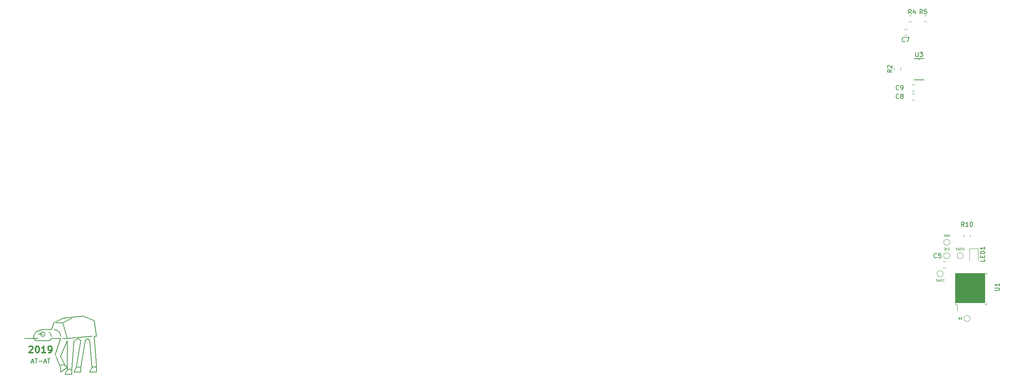
<source format=gto>
G04 #@! TF.GenerationSoftware,KiCad,Pcbnew,(5.0.2)-1*
G04 #@! TF.CreationDate,2019-03-25T13:47:50+01:00*
G04 #@! TF.ProjectId,board_arm,626f6172-645f-4617-926d-2e6b69636164,rev?*
G04 #@! TF.SameCoordinates,Original*
G04 #@! TF.FileFunction,Legend,Top*
G04 #@! TF.FilePolarity,Positive*
%FSLAX46Y46*%
G04 Gerber Fmt 4.6, Leading zero omitted, Abs format (unit mm)*
G04 Created by KiCad (PCBNEW (5.0.2)-1) date 25/03/2019 13:47:50*
%MOMM*%
%LPD*%
G01*
G04 APERTURE LIST*
%ADD10C,0.200000*%
%ADD11C,0.300000*%
%ADD12C,0.150000*%
%ADD13C,0.120000*%
%ADD14C,0.152400*%
%ADD15C,0.100000*%
G04 APERTURE END LIST*
D10*
X138160380Y-146978666D02*
X138636571Y-146978666D01*
X138065142Y-147264380D02*
X138398476Y-146264380D01*
X138731809Y-147264380D01*
X138922285Y-146264380D02*
X139493714Y-146264380D01*
X139208000Y-147264380D02*
X139208000Y-146264380D01*
X139827047Y-146883428D02*
X140588952Y-146883428D01*
X141017523Y-146978666D02*
X141493714Y-146978666D01*
X140922285Y-147264380D02*
X141255619Y-146264380D01*
X141588952Y-147264380D01*
X141779428Y-146264380D02*
X142350857Y-146264380D01*
X142065142Y-147264380D02*
X142065142Y-146264380D01*
D11*
X137636571Y-143593428D02*
X137708000Y-143522000D01*
X137850857Y-143450571D01*
X138208000Y-143450571D01*
X138350857Y-143522000D01*
X138422285Y-143593428D01*
X138493714Y-143736285D01*
X138493714Y-143879142D01*
X138422285Y-144093428D01*
X137565142Y-144950571D01*
X138493714Y-144950571D01*
X139422285Y-143450571D02*
X139565142Y-143450571D01*
X139708000Y-143522000D01*
X139779428Y-143593428D01*
X139850857Y-143736285D01*
X139922285Y-144022000D01*
X139922285Y-144379142D01*
X139850857Y-144664857D01*
X139779428Y-144807714D01*
X139708000Y-144879142D01*
X139565142Y-144950571D01*
X139422285Y-144950571D01*
X139279428Y-144879142D01*
X139208000Y-144807714D01*
X139136571Y-144664857D01*
X139065142Y-144379142D01*
X139065142Y-144022000D01*
X139136571Y-143736285D01*
X139208000Y-143593428D01*
X139279428Y-143522000D01*
X139422285Y-143450571D01*
X141350857Y-144950571D02*
X140493714Y-144950571D01*
X140922285Y-144950571D02*
X140922285Y-143450571D01*
X140779428Y-143664857D01*
X140636571Y-143807714D01*
X140493714Y-143879142D01*
X142065142Y-144950571D02*
X142350857Y-144950571D01*
X142493714Y-144879142D01*
X142565142Y-144807714D01*
X142708000Y-144593428D01*
X142779428Y-144307714D01*
X142779428Y-143736285D01*
X142708000Y-143593428D01*
X142636571Y-143522000D01*
X142493714Y-143450571D01*
X142208000Y-143450571D01*
X142065142Y-143522000D01*
X141993714Y-143593428D01*
X141922285Y-143736285D01*
X141922285Y-144093428D01*
X141993714Y-144236285D01*
X142065142Y-144307714D01*
X142208000Y-144379142D01*
X142493714Y-144379142D01*
X142636571Y-144307714D01*
X142708000Y-144236285D01*
X142779428Y-144093428D01*
D10*
X140716000Y-140716000D02*
X139700000Y-140716000D01*
X144780001Y-147828001D02*
G75*
G02X145795999Y-147828001I507999J-507999D01*
G01*
X146304001Y-148844001D02*
G75*
G02X147319999Y-148844001I507999J-507999D01*
G01*
X151757427Y-148522713D02*
G75*
G02X152907999Y-148336001I642573J-321287D01*
G01*
X148336001Y-148336001D02*
G75*
G02X149351999Y-148336001I507999J-507999D01*
G01*
X145288000Y-138176000D02*
X147320000Y-137160000D01*
X142748000Y-141224000D02*
X142240000Y-140208000D01*
X146304000Y-141732000D02*
X151892000Y-141224000D01*
X146304000Y-141732000D02*
X145288000Y-141732000D01*
X145288000Y-138176000D02*
X146304000Y-141732000D01*
X143764000Y-138176000D02*
X145288000Y-138176000D01*
X143256000Y-139700000D02*
G75*
G02X144780000Y-141224000I0J-1524000D01*
G01*
X141224000Y-140716000D02*
G75*
G03X141224000Y-140716000I-508000J0D01*
G01*
X136652000Y-141732000D02*
X139700000Y-141732000D01*
X144780000Y-141732000D02*
X143764000Y-144780000D01*
X142748000Y-141732000D02*
X144780000Y-141732000D01*
X142240000Y-142240000D02*
X142748000Y-141732000D01*
X139192000Y-142240000D02*
X142240000Y-142240000D01*
X138684000Y-141732000D02*
X139192000Y-142240000D01*
X138684000Y-141224000D02*
X138684000Y-141732000D01*
X139192000Y-140208000D02*
X138684000Y-141224000D01*
X140716000Y-139700000D02*
X139192000Y-140208000D01*
X142748000Y-139700000D02*
X140716000Y-139700000D01*
X143256000Y-138176000D02*
X142748000Y-139700000D01*
X145288000Y-137160000D02*
X143256000Y-138176000D01*
X149860000Y-136652000D02*
X145288000Y-137160000D01*
X152400000Y-137668000D02*
X149860000Y-136652000D01*
X152908000Y-141224000D02*
X152400000Y-137668000D01*
X152400000Y-141224000D02*
X152908000Y-141224000D01*
X152908000Y-147828000D02*
X152400000Y-141224000D01*
X152908000Y-149352000D02*
X152908000Y-147828000D01*
X151384000Y-149352000D02*
X152908000Y-149352000D01*
X151892000Y-148336000D02*
X151384000Y-149352000D01*
X151384000Y-142240000D02*
X151892000Y-148336000D01*
X150876000Y-141732000D02*
X151384000Y-142240000D01*
X150368000Y-142240000D02*
X150876000Y-141732000D01*
X149352000Y-148336000D02*
X150368000Y-142240000D01*
X149352000Y-149352000D02*
X149352000Y-148336000D01*
X147828000Y-149352000D02*
X149352000Y-149352000D01*
X148336000Y-148336000D02*
X147828000Y-149352000D01*
X149352000Y-142240000D02*
X148336000Y-148336000D01*
X148844000Y-141732000D02*
X149352000Y-142240000D01*
X147828000Y-142240000D02*
X148844000Y-141732000D01*
X147320000Y-148844000D02*
X147828000Y-142240000D01*
X147320000Y-149860000D02*
X147320000Y-148844000D01*
X145796000Y-149860000D02*
X147320000Y-149860000D01*
X146304000Y-148844000D02*
X145796000Y-149860000D01*
X146304000Y-142240000D02*
X146304000Y-148844000D01*
X144780000Y-145796000D02*
X146304000Y-142240000D01*
X145796000Y-147828000D02*
X144780000Y-145796000D01*
X146304000Y-148336000D02*
X145796000Y-147828000D01*
X144780000Y-149352000D02*
X146304000Y-148336000D01*
X144780000Y-148336000D02*
X144780000Y-149352000D01*
X143764000Y-145796000D02*
X144780000Y-148336000D01*
X143629427Y-145609287D02*
G75*
G02X143764001Y-144780001I642573J321287D01*
G01*
D12*
G36*
X347472000Y-127000000D02*
X354076000Y-127000000D01*
X354076000Y-133604000D01*
X347472000Y-133604000D01*
X347472000Y-127000000D01*
G37*
X347472000Y-127000000D02*
X354076000Y-127000000D01*
X354076000Y-133604000D01*
X347472000Y-133604000D01*
X347472000Y-127000000D01*
D13*
G04 #@! TO.C,SWDC*
X344616000Y-127000000D02*
G75*
G03X344616000Y-127000000I-700000J0D01*
G01*
G04 #@! TO.C,SWDD*
X349188000Y-122936000D02*
G75*
G03X349188000Y-122936000I-700000J0D01*
G01*
G04 #@! TO.C,NR*
X350712000Y-137160000D02*
G75*
G03X350712000Y-137160000I-700000J0D01*
G01*
G04 #@! TO.C,3V3*
X346140000Y-122936000D02*
G75*
G03X346140000Y-122936000I-700000J0D01*
G01*
G04 #@! TO.C,GND*
X346140000Y-119888000D02*
G75*
G03X346140000Y-119888000I-700000J0D01*
G01*
G04 #@! TO.C,LED1*
X352496000Y-124014500D02*
X352496000Y-121329500D01*
X352496000Y-121329500D02*
X350576000Y-121329500D01*
X350576000Y-121329500D02*
X350576000Y-124014500D01*
G04 #@! TO.C,R10*
X350722000Y-118183922D02*
X350722000Y-118701078D01*
X349302000Y-118183922D02*
X349302000Y-118701078D01*
D14*
G04 #@! TO.C,U3*
X338006200Y-83053400D02*
X340343000Y-83053400D01*
X340343000Y-78176600D02*
X339479400Y-78176600D01*
X339479400Y-78176600D02*
X338869800Y-78176600D01*
X338869800Y-78176600D02*
X338006200Y-78176600D01*
D15*
X339479400Y-78176600D02*
G75*
G02X338869800Y-78176600I-304800J0D01*
G01*
D13*
G04 #@! TO.C,R5*
X340808878Y-69854000D02*
X340291722Y-69854000D01*
X340808878Y-68434000D02*
X340291722Y-68434000D01*
G04 #@! TO.C,C7*
X336393878Y-72902000D02*
X335876722Y-72902000D01*
X336393878Y-71482000D02*
X335876722Y-71482000D01*
G04 #@! TO.C,C5*
X345112078Y-124258000D02*
X344594922Y-124258000D01*
X345112078Y-125678000D02*
X344594922Y-125678000D01*
G04 #@! TO.C,C8*
X338086978Y-86158000D02*
X337569822Y-86158000D01*
X338086978Y-87578000D02*
X337569822Y-87578000D01*
G04 #@! TO.C,C9*
X338086978Y-84126000D02*
X337569822Y-84126000D01*
X338086978Y-85546000D02*
X337569822Y-85546000D01*
G04 #@! TO.C,R2*
X334982400Y-80277922D02*
X334982400Y-80795078D01*
X333562400Y-80277922D02*
X333562400Y-80795078D01*
G04 #@! TO.C,R4*
X336892722Y-69854000D02*
X337409878Y-69854000D01*
X336892722Y-68434000D02*
X337409878Y-68434000D01*
G04 #@! TO.C,U1*
X347340482Y-126901484D02*
X347760482Y-126901484D01*
X354460482Y-126901484D02*
X354040482Y-126901484D01*
X354460482Y-134021484D02*
X354040482Y-134021484D01*
X347340482Y-134021484D02*
X347340482Y-133601484D01*
X354460482Y-126901484D02*
X354460482Y-127321484D01*
X347340482Y-126901484D02*
X347340482Y-127321484D01*
X347760482Y-134021484D02*
X347760482Y-135401484D01*
X347340482Y-134021484D02*
X347760482Y-134021484D01*
X354460482Y-134021484D02*
X354460482Y-133601484D01*
G04 #@! TO.C,SWDC*
D15*
X342987428Y-128726380D02*
X343058857Y-128750190D01*
X343177904Y-128750190D01*
X343225523Y-128726380D01*
X343249333Y-128702571D01*
X343273142Y-128654952D01*
X343273142Y-128607333D01*
X343249333Y-128559714D01*
X343225523Y-128535904D01*
X343177904Y-128512095D01*
X343082666Y-128488285D01*
X343035047Y-128464476D01*
X343011238Y-128440666D01*
X342987428Y-128393047D01*
X342987428Y-128345428D01*
X343011238Y-128297809D01*
X343035047Y-128274000D01*
X343082666Y-128250190D01*
X343201714Y-128250190D01*
X343273142Y-128274000D01*
X343439809Y-128250190D02*
X343558857Y-128750190D01*
X343654095Y-128393047D01*
X343749333Y-128750190D01*
X343868380Y-128250190D01*
X344058857Y-128750190D02*
X344058857Y-128250190D01*
X344177904Y-128250190D01*
X344249333Y-128274000D01*
X344296952Y-128321619D01*
X344320761Y-128369238D01*
X344344571Y-128464476D01*
X344344571Y-128535904D01*
X344320761Y-128631142D01*
X344296952Y-128678761D01*
X344249333Y-128726380D01*
X344177904Y-128750190D01*
X344058857Y-128750190D01*
X344844571Y-128702571D02*
X344820761Y-128726380D01*
X344749333Y-128750190D01*
X344701714Y-128750190D01*
X344630285Y-128726380D01*
X344582666Y-128678761D01*
X344558857Y-128631142D01*
X344535047Y-128535904D01*
X344535047Y-128464476D01*
X344558857Y-128369238D01*
X344582666Y-128321619D01*
X344630285Y-128274000D01*
X344701714Y-128250190D01*
X344749333Y-128250190D01*
X344820761Y-128274000D01*
X344844571Y-128297809D01*
G04 #@! TO.C,SWDD*
X347559428Y-121614380D02*
X347630857Y-121638190D01*
X347749904Y-121638190D01*
X347797523Y-121614380D01*
X347821333Y-121590571D01*
X347845142Y-121542952D01*
X347845142Y-121495333D01*
X347821333Y-121447714D01*
X347797523Y-121423904D01*
X347749904Y-121400095D01*
X347654666Y-121376285D01*
X347607047Y-121352476D01*
X347583238Y-121328666D01*
X347559428Y-121281047D01*
X347559428Y-121233428D01*
X347583238Y-121185809D01*
X347607047Y-121162000D01*
X347654666Y-121138190D01*
X347773714Y-121138190D01*
X347845142Y-121162000D01*
X348011809Y-121138190D02*
X348130857Y-121638190D01*
X348226095Y-121281047D01*
X348321333Y-121638190D01*
X348440380Y-121138190D01*
X348630857Y-121638190D02*
X348630857Y-121138190D01*
X348749904Y-121138190D01*
X348821333Y-121162000D01*
X348868952Y-121209619D01*
X348892761Y-121257238D01*
X348916571Y-121352476D01*
X348916571Y-121423904D01*
X348892761Y-121519142D01*
X348868952Y-121566761D01*
X348821333Y-121614380D01*
X348749904Y-121638190D01*
X348630857Y-121638190D01*
X349130857Y-121638190D02*
X349130857Y-121138190D01*
X349249904Y-121138190D01*
X349321333Y-121162000D01*
X349368952Y-121209619D01*
X349392761Y-121257238D01*
X349416571Y-121352476D01*
X349416571Y-121423904D01*
X349392761Y-121519142D01*
X349368952Y-121566761D01*
X349321333Y-121614380D01*
X349249904Y-121638190D01*
X349130857Y-121638190D01*
G04 #@! TO.C,NR*
X348095142Y-137386190D02*
X348095142Y-136886190D01*
X348380857Y-137386190D01*
X348380857Y-136886190D01*
X348904666Y-137386190D02*
X348738000Y-137148095D01*
X348618952Y-137386190D02*
X348618952Y-136886190D01*
X348809428Y-136886190D01*
X348857047Y-136910000D01*
X348880857Y-136933809D01*
X348904666Y-136981428D01*
X348904666Y-137052857D01*
X348880857Y-137100476D01*
X348857047Y-137124285D01*
X348809428Y-137148095D01*
X348618952Y-137148095D01*
G04 #@! TO.C,3V3*
X344820952Y-121138190D02*
X345130476Y-121138190D01*
X344963809Y-121328666D01*
X345035238Y-121328666D01*
X345082857Y-121352476D01*
X345106666Y-121376285D01*
X345130476Y-121423904D01*
X345130476Y-121542952D01*
X345106666Y-121590571D01*
X345082857Y-121614380D01*
X345035238Y-121638190D01*
X344892380Y-121638190D01*
X344844761Y-121614380D01*
X344820952Y-121590571D01*
X345273333Y-121138190D02*
X345440000Y-121638190D01*
X345606666Y-121138190D01*
X345725714Y-121138190D02*
X346035238Y-121138190D01*
X345868571Y-121328666D01*
X345940000Y-121328666D01*
X345987619Y-121352476D01*
X346011428Y-121376285D01*
X346035238Y-121423904D01*
X346035238Y-121542952D01*
X346011428Y-121590571D01*
X345987619Y-121614380D01*
X345940000Y-121638190D01*
X345797142Y-121638190D01*
X345749523Y-121614380D01*
X345725714Y-121590571D01*
G04 #@! TO.C,GND*
X345059047Y-118114000D02*
X345011428Y-118090190D01*
X344940000Y-118090190D01*
X344868571Y-118114000D01*
X344820952Y-118161619D01*
X344797142Y-118209238D01*
X344773333Y-118304476D01*
X344773333Y-118375904D01*
X344797142Y-118471142D01*
X344820952Y-118518761D01*
X344868571Y-118566380D01*
X344940000Y-118590190D01*
X344987619Y-118590190D01*
X345059047Y-118566380D01*
X345082857Y-118542571D01*
X345082857Y-118375904D01*
X344987619Y-118375904D01*
X345297142Y-118590190D02*
X345297142Y-118090190D01*
X345582857Y-118590190D01*
X345582857Y-118090190D01*
X345820952Y-118590190D02*
X345820952Y-118090190D01*
X345940000Y-118090190D01*
X346011428Y-118114000D01*
X346059047Y-118161619D01*
X346082857Y-118209238D01*
X346106666Y-118304476D01*
X346106666Y-118375904D01*
X346082857Y-118471142D01*
X346059047Y-118518761D01*
X346011428Y-118566380D01*
X345940000Y-118590190D01*
X345820952Y-118590190D01*
G04 #@! TO.C,LED1*
D12*
X354020380Y-123674047D02*
X354020380Y-124150238D01*
X353020380Y-124150238D01*
X353496571Y-123340714D02*
X353496571Y-123007380D01*
X354020380Y-122864523D02*
X354020380Y-123340714D01*
X353020380Y-123340714D01*
X353020380Y-122864523D01*
X354020380Y-122435952D02*
X353020380Y-122435952D01*
X353020380Y-122197857D01*
X353068000Y-122055000D01*
X353163238Y-121959761D01*
X353258476Y-121912142D01*
X353448952Y-121864523D01*
X353591809Y-121864523D01*
X353782285Y-121912142D01*
X353877523Y-121959761D01*
X353972761Y-122055000D01*
X354020380Y-122197857D01*
X354020380Y-122435952D01*
X354020380Y-120912142D02*
X354020380Y-121483571D01*
X354020380Y-121197857D02*
X353020380Y-121197857D01*
X353163238Y-121293095D01*
X353258476Y-121388333D01*
X353306095Y-121483571D01*
G04 #@! TO.C,R10*
X349369142Y-116276380D02*
X349035809Y-115800190D01*
X348797714Y-116276380D02*
X348797714Y-115276380D01*
X349178666Y-115276380D01*
X349273904Y-115324000D01*
X349321523Y-115371619D01*
X349369142Y-115466857D01*
X349369142Y-115609714D01*
X349321523Y-115704952D01*
X349273904Y-115752571D01*
X349178666Y-115800190D01*
X348797714Y-115800190D01*
X350321523Y-116276380D02*
X349750095Y-116276380D01*
X350035809Y-116276380D02*
X350035809Y-115276380D01*
X349940571Y-115419238D01*
X349845333Y-115514476D01*
X349750095Y-115562095D01*
X350940571Y-115276380D02*
X351035809Y-115276380D01*
X351131047Y-115324000D01*
X351178666Y-115371619D01*
X351226285Y-115466857D01*
X351273904Y-115657333D01*
X351273904Y-115895428D01*
X351226285Y-116085904D01*
X351178666Y-116181142D01*
X351131047Y-116228761D01*
X351035809Y-116276380D01*
X350940571Y-116276380D01*
X350845333Y-116228761D01*
X350797714Y-116181142D01*
X350750095Y-116085904D01*
X350702476Y-115895428D01*
X350702476Y-115657333D01*
X350750095Y-115466857D01*
X350797714Y-115371619D01*
X350845333Y-115324000D01*
X350940571Y-115276380D01*
G04 #@! TO.C,U3*
X338396495Y-76743380D02*
X338396495Y-77552904D01*
X338444114Y-77648142D01*
X338491733Y-77695761D01*
X338586971Y-77743380D01*
X338777447Y-77743380D01*
X338872685Y-77695761D01*
X338920304Y-77648142D01*
X338967923Y-77552904D01*
X338967923Y-76743380D01*
X339348876Y-76743380D02*
X339967923Y-76743380D01*
X339634590Y-77124333D01*
X339777447Y-77124333D01*
X339872685Y-77171952D01*
X339920304Y-77219571D01*
X339967923Y-77314809D01*
X339967923Y-77552904D01*
X339920304Y-77648142D01*
X339872685Y-77695761D01*
X339777447Y-77743380D01*
X339491733Y-77743380D01*
X339396495Y-77695761D01*
X339348876Y-77648142D01*
G04 #@! TO.C,R5*
X339954133Y-68072380D02*
X339620800Y-67596190D01*
X339382704Y-68072380D02*
X339382704Y-67072380D01*
X339763657Y-67072380D01*
X339858895Y-67120000D01*
X339906514Y-67167619D01*
X339954133Y-67262857D01*
X339954133Y-67405714D01*
X339906514Y-67500952D01*
X339858895Y-67548571D01*
X339763657Y-67596190D01*
X339382704Y-67596190D01*
X340858895Y-67072380D02*
X340382704Y-67072380D01*
X340335085Y-67548571D01*
X340382704Y-67500952D01*
X340477942Y-67453333D01*
X340716038Y-67453333D01*
X340811276Y-67500952D01*
X340858895Y-67548571D01*
X340906514Y-67643809D01*
X340906514Y-67881904D01*
X340858895Y-67977142D01*
X340811276Y-68024761D01*
X340716038Y-68072380D01*
X340477942Y-68072380D01*
X340382704Y-68024761D01*
X340335085Y-67977142D01*
G04 #@! TO.C,C7*
X335968633Y-74271142D02*
X335921014Y-74318761D01*
X335778157Y-74366380D01*
X335682919Y-74366380D01*
X335540061Y-74318761D01*
X335444823Y-74223523D01*
X335397204Y-74128285D01*
X335349585Y-73937809D01*
X335349585Y-73794952D01*
X335397204Y-73604476D01*
X335444823Y-73509238D01*
X335540061Y-73414000D01*
X335682919Y-73366380D01*
X335778157Y-73366380D01*
X335921014Y-73414000D01*
X335968633Y-73461619D01*
X336301966Y-73366380D02*
X336968633Y-73366380D01*
X336540061Y-74366380D01*
G04 #@! TO.C,C5*
X343162833Y-123293142D02*
X343115214Y-123340761D01*
X342972357Y-123388380D01*
X342877119Y-123388380D01*
X342734261Y-123340761D01*
X342639023Y-123245523D01*
X342591404Y-123150285D01*
X342543785Y-122959809D01*
X342543785Y-122816952D01*
X342591404Y-122626476D01*
X342639023Y-122531238D01*
X342734261Y-122436000D01*
X342877119Y-122388380D01*
X342972357Y-122388380D01*
X343115214Y-122436000D01*
X343162833Y-122483619D01*
X344067595Y-122388380D02*
X343591404Y-122388380D01*
X343543785Y-122864571D01*
X343591404Y-122816952D01*
X343686642Y-122769333D01*
X343924738Y-122769333D01*
X344019976Y-122816952D01*
X344067595Y-122864571D01*
X344115214Y-122959809D01*
X344115214Y-123197904D01*
X344067595Y-123293142D01*
X344019976Y-123340761D01*
X343924738Y-123388380D01*
X343686642Y-123388380D01*
X343591404Y-123340761D01*
X343543785Y-123293142D01*
G04 #@! TO.C,C8*
X334598933Y-87169142D02*
X334551314Y-87216761D01*
X334408457Y-87264380D01*
X334313219Y-87264380D01*
X334170361Y-87216761D01*
X334075123Y-87121523D01*
X334027504Y-87026285D01*
X333979885Y-86835809D01*
X333979885Y-86692952D01*
X334027504Y-86502476D01*
X334075123Y-86407238D01*
X334170361Y-86312000D01*
X334313219Y-86264380D01*
X334408457Y-86264380D01*
X334551314Y-86312000D01*
X334598933Y-86359619D01*
X335170361Y-86692952D02*
X335075123Y-86645333D01*
X335027504Y-86597714D01*
X334979885Y-86502476D01*
X334979885Y-86454857D01*
X335027504Y-86359619D01*
X335075123Y-86312000D01*
X335170361Y-86264380D01*
X335360838Y-86264380D01*
X335456076Y-86312000D01*
X335503695Y-86359619D01*
X335551314Y-86454857D01*
X335551314Y-86502476D01*
X335503695Y-86597714D01*
X335456076Y-86645333D01*
X335360838Y-86692952D01*
X335170361Y-86692952D01*
X335075123Y-86740571D01*
X335027504Y-86788190D01*
X334979885Y-86883428D01*
X334979885Y-87073904D01*
X335027504Y-87169142D01*
X335075123Y-87216761D01*
X335170361Y-87264380D01*
X335360838Y-87264380D01*
X335456076Y-87216761D01*
X335503695Y-87169142D01*
X335551314Y-87073904D01*
X335551314Y-86883428D01*
X335503695Y-86788190D01*
X335456076Y-86740571D01*
X335360838Y-86692952D01*
G04 #@! TO.C,C9*
X334598933Y-85193142D02*
X334551314Y-85240761D01*
X334408457Y-85288380D01*
X334313219Y-85288380D01*
X334170361Y-85240761D01*
X334075123Y-85145523D01*
X334027504Y-85050285D01*
X333979885Y-84859809D01*
X333979885Y-84716952D01*
X334027504Y-84526476D01*
X334075123Y-84431238D01*
X334170361Y-84336000D01*
X334313219Y-84288380D01*
X334408457Y-84288380D01*
X334551314Y-84336000D01*
X334598933Y-84383619D01*
X335075123Y-85288380D02*
X335265600Y-85288380D01*
X335360838Y-85240761D01*
X335408457Y-85193142D01*
X335503695Y-85050285D01*
X335551314Y-84859809D01*
X335551314Y-84478857D01*
X335503695Y-84383619D01*
X335456076Y-84336000D01*
X335360838Y-84288380D01*
X335170361Y-84288380D01*
X335075123Y-84336000D01*
X335027504Y-84383619D01*
X334979885Y-84478857D01*
X334979885Y-84716952D01*
X335027504Y-84812190D01*
X335075123Y-84859809D01*
X335170361Y-84907428D01*
X335360838Y-84907428D01*
X335456076Y-84859809D01*
X335503695Y-84812190D01*
X335551314Y-84716952D01*
G04 #@! TO.C,R2*
X333010780Y-80707666D02*
X332534590Y-81041000D01*
X333010780Y-81279095D02*
X332010780Y-81279095D01*
X332010780Y-80898142D01*
X332058400Y-80802904D01*
X332106019Y-80755285D01*
X332201257Y-80707666D01*
X332344114Y-80707666D01*
X332439352Y-80755285D01*
X332486971Y-80802904D01*
X332534590Y-80898142D01*
X332534590Y-81279095D01*
X332106019Y-80326714D02*
X332058400Y-80279095D01*
X332010780Y-80183857D01*
X332010780Y-79945761D01*
X332058400Y-79850523D01*
X332106019Y-79802904D01*
X332201257Y-79755285D01*
X332296495Y-79755285D01*
X332439352Y-79802904D01*
X333010780Y-80374333D01*
X333010780Y-79755285D01*
G04 #@! TO.C,R4*
X337414133Y-68072380D02*
X337080800Y-67596190D01*
X336842704Y-68072380D02*
X336842704Y-67072380D01*
X337223657Y-67072380D01*
X337318895Y-67120000D01*
X337366514Y-67167619D01*
X337414133Y-67262857D01*
X337414133Y-67405714D01*
X337366514Y-67500952D01*
X337318895Y-67548571D01*
X337223657Y-67596190D01*
X336842704Y-67596190D01*
X338271276Y-67405714D02*
X338271276Y-68072380D01*
X338033180Y-67024761D02*
X337795085Y-67739047D01*
X338414133Y-67739047D01*
G04 #@! TO.C,U1*
X356352862Y-130809904D02*
X357162386Y-130809904D01*
X357257624Y-130762285D01*
X357305243Y-130714666D01*
X357352862Y-130619428D01*
X357352862Y-130428952D01*
X357305243Y-130333714D01*
X357257624Y-130286095D01*
X357162386Y-130238476D01*
X356352862Y-130238476D01*
X357352862Y-129238476D02*
X357352862Y-129809904D01*
X357352862Y-129524190D02*
X356352862Y-129524190D01*
X356495720Y-129619428D01*
X356590958Y-129714666D01*
X356638577Y-129809904D01*
G04 #@! TD*
M02*

</source>
